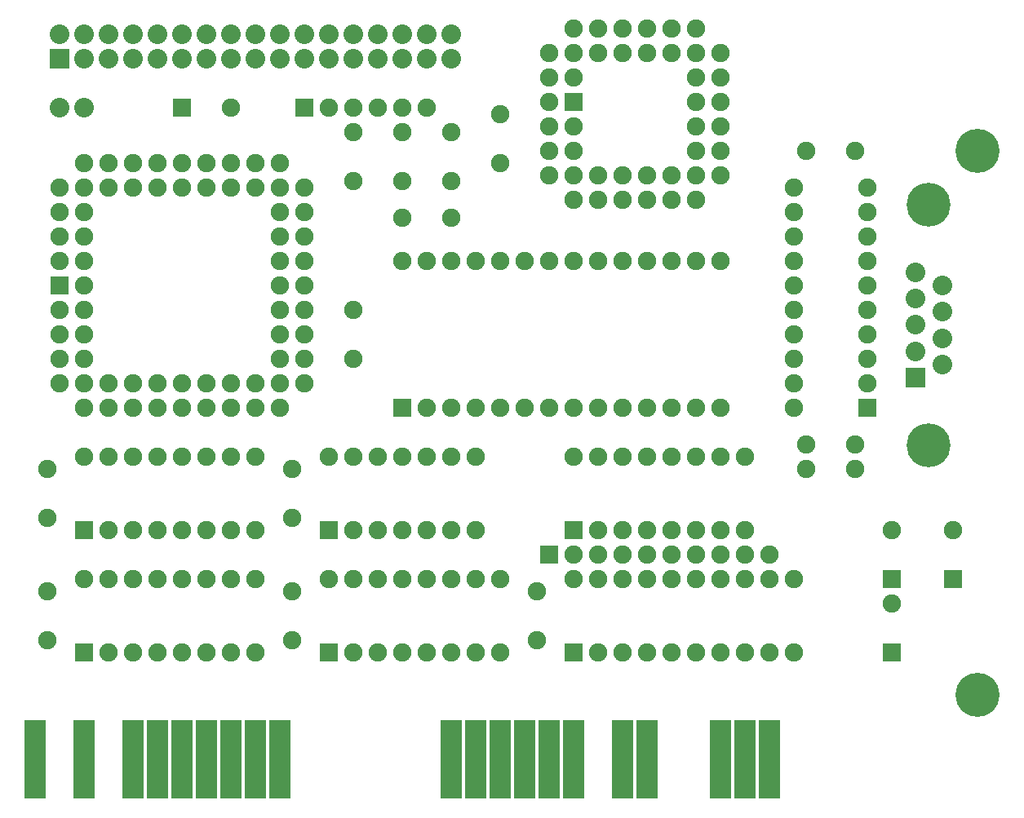
<source format=gbs>
G04 (created by PCBNEW-RS274X (2012-01-19 BZR 3256)-stable) date 11/27/2012 11:43:37 PM*
G01*
G70*
G90*
%MOIN*%
G04 Gerber Fmt 3.4, Leading zero omitted, Abs format*
%FSLAX34Y34*%
G04 APERTURE LIST*
%ADD10C,0.006000*%
%ADD11C,0.180000*%
%ADD12R,0.075000X0.075000*%
%ADD13C,0.075000*%
%ADD14R,0.080000X0.080000*%
%ADD15C,0.080000*%
%ADD16C,0.179400*%
%ADD17R,0.090000X0.320000*%
%ADD18O,0.080000X0.080000*%
G04 APERTURE END LIST*
G54D10*
G54D11*
X79500Y-26500D03*
X79500Y-48750D03*
G54D12*
X76000Y-47000D03*
G54D13*
X76000Y-45000D03*
G54D12*
X47000Y-24750D03*
G54D13*
X49000Y-24750D03*
G54D12*
X76000Y-44000D03*
G54D13*
X76000Y-42000D03*
G54D12*
X52000Y-24750D03*
G54D13*
X53000Y-24750D03*
X54000Y-24750D03*
X55000Y-24750D03*
X56000Y-24750D03*
X57000Y-24750D03*
G54D12*
X62000Y-43000D03*
G54D13*
X63000Y-43000D03*
X64000Y-43000D03*
X65000Y-43000D03*
X66000Y-43000D03*
X67000Y-43000D03*
X68000Y-43000D03*
X69000Y-43000D03*
X70000Y-43000D03*
X71000Y-43000D03*
G54D14*
X42000Y-22750D03*
G54D15*
X42000Y-21750D03*
X43000Y-22750D03*
X43000Y-21750D03*
X44000Y-22750D03*
X44000Y-21750D03*
X45000Y-22750D03*
X45000Y-21750D03*
X46000Y-22750D03*
X46000Y-21750D03*
X47000Y-22750D03*
X47000Y-21750D03*
X48000Y-22750D03*
X48000Y-21750D03*
X49000Y-22750D03*
X49000Y-21750D03*
X50000Y-22750D03*
X50000Y-21750D03*
X51000Y-22750D03*
X51000Y-21750D03*
X52000Y-22750D03*
X52000Y-21750D03*
X53000Y-22750D03*
X53000Y-21750D03*
X54000Y-22750D03*
X54000Y-21750D03*
X55000Y-21750D03*
X55000Y-22750D03*
X56000Y-21750D03*
X56000Y-22750D03*
X57000Y-22750D03*
X57000Y-21750D03*
X58000Y-22750D03*
X58000Y-21750D03*
G54D12*
X63000Y-47000D03*
G54D13*
X64000Y-47000D03*
X65000Y-47000D03*
X66000Y-47000D03*
X67000Y-47000D03*
X68000Y-47000D03*
X69000Y-47000D03*
X70000Y-47000D03*
X71000Y-47000D03*
X72000Y-47000D03*
X72000Y-44000D03*
X71000Y-44000D03*
X70000Y-44000D03*
X69000Y-44000D03*
X68000Y-44000D03*
X67000Y-44000D03*
X66000Y-44000D03*
X65000Y-44000D03*
X64000Y-44000D03*
X63000Y-44000D03*
G54D12*
X75000Y-37000D03*
G54D13*
X75000Y-36000D03*
X75000Y-35000D03*
X75000Y-34000D03*
X75000Y-33000D03*
X75000Y-32000D03*
X75000Y-31000D03*
X75000Y-30000D03*
X75000Y-29000D03*
X75000Y-28000D03*
X72000Y-28000D03*
X72000Y-29000D03*
X72000Y-30000D03*
X72000Y-31000D03*
X72000Y-32000D03*
X72000Y-33000D03*
X72000Y-34000D03*
X72000Y-35000D03*
X72000Y-36000D03*
X72000Y-37000D03*
G54D12*
X43000Y-47000D03*
G54D13*
X44000Y-47000D03*
X45000Y-47000D03*
X46000Y-47000D03*
X47000Y-47000D03*
X48000Y-47000D03*
X49000Y-47000D03*
X50000Y-47000D03*
X50000Y-44000D03*
X49000Y-44000D03*
X48000Y-44000D03*
X47000Y-44000D03*
X46000Y-44000D03*
X45000Y-44000D03*
X44000Y-44000D03*
X43000Y-44000D03*
G54D12*
X53000Y-47000D03*
G54D13*
X54000Y-47000D03*
X55000Y-47000D03*
X56000Y-47000D03*
X57000Y-47000D03*
X58000Y-47000D03*
X59000Y-47000D03*
X60000Y-47000D03*
X60000Y-44000D03*
X59000Y-44000D03*
X58000Y-44000D03*
X57000Y-44000D03*
X56000Y-44000D03*
X55000Y-44000D03*
X54000Y-44000D03*
X53000Y-44000D03*
G54D12*
X63000Y-42000D03*
G54D13*
X64000Y-42000D03*
X65000Y-42000D03*
X66000Y-42000D03*
X67000Y-42000D03*
X68000Y-42000D03*
X69000Y-42000D03*
X70000Y-42000D03*
X70000Y-39000D03*
X69000Y-39000D03*
X68000Y-39000D03*
X67000Y-39000D03*
X66000Y-39000D03*
X65000Y-39000D03*
X64000Y-39000D03*
X63000Y-39000D03*
G54D12*
X43000Y-42000D03*
G54D13*
X44000Y-42000D03*
X45000Y-42000D03*
X46000Y-42000D03*
X47000Y-42000D03*
X48000Y-42000D03*
X49000Y-42000D03*
X50000Y-42000D03*
X50000Y-39000D03*
X49000Y-39000D03*
X48000Y-39000D03*
X47000Y-39000D03*
X46000Y-39000D03*
X45000Y-39000D03*
X44000Y-39000D03*
X43000Y-39000D03*
G54D12*
X53000Y-42000D03*
G54D13*
X54000Y-42000D03*
X55000Y-42000D03*
X56000Y-42000D03*
X57000Y-42000D03*
X58000Y-42000D03*
X59000Y-42000D03*
X59000Y-39000D03*
X58000Y-39000D03*
X57000Y-39000D03*
X56000Y-39000D03*
X55000Y-39000D03*
X54000Y-39000D03*
X53000Y-39000D03*
G54D16*
X77500Y-38539D03*
X77500Y-28701D03*
G54D14*
X76940Y-35780D03*
G54D15*
X76940Y-34700D03*
X76940Y-33620D03*
X76940Y-32540D03*
X76940Y-31460D03*
X78060Y-32000D03*
X78060Y-33080D03*
X78060Y-34170D03*
X78060Y-35240D03*
G54D13*
X41500Y-39500D03*
X41500Y-41500D03*
X74500Y-39500D03*
X72500Y-39500D03*
X51500Y-39500D03*
X51500Y-41500D03*
X41500Y-44500D03*
X41500Y-46500D03*
X51500Y-44500D03*
X51500Y-46500D03*
X61500Y-44500D03*
X61500Y-46500D03*
X54000Y-33000D03*
X54000Y-35000D03*
X72500Y-38500D03*
X74500Y-38500D03*
X60000Y-25000D03*
X60000Y-27000D03*
G54D17*
X71000Y-51375D03*
X70000Y-51375D03*
X69000Y-51375D03*
X66000Y-51375D03*
X65000Y-51375D03*
X63000Y-51375D03*
X62000Y-51375D03*
X61000Y-51375D03*
X60000Y-51375D03*
X59000Y-51375D03*
X58000Y-51375D03*
X51000Y-51375D03*
X50000Y-51375D03*
X49000Y-51375D03*
X48000Y-51375D03*
X47000Y-51375D03*
X46000Y-51375D03*
X45000Y-51375D03*
X43000Y-51375D03*
X41000Y-51375D03*
G54D13*
X72500Y-26500D03*
X74500Y-26500D03*
X56000Y-27750D03*
X56000Y-25750D03*
X58000Y-27750D03*
X58000Y-25750D03*
G54D12*
X56000Y-37000D03*
G54D13*
X57000Y-37000D03*
X58000Y-37000D03*
X59000Y-37000D03*
X60000Y-37000D03*
X61000Y-37000D03*
X62000Y-37000D03*
X63000Y-37000D03*
X64000Y-37000D03*
X65000Y-37000D03*
X66000Y-37000D03*
X67000Y-37000D03*
X68000Y-37000D03*
X69000Y-37000D03*
X69000Y-31000D03*
X68000Y-31000D03*
X67000Y-31000D03*
X66000Y-31000D03*
X65000Y-31000D03*
X64000Y-31000D03*
X63000Y-31000D03*
X62000Y-31000D03*
X61000Y-31000D03*
X60000Y-31000D03*
X59000Y-31000D03*
X58000Y-31000D03*
X57000Y-31000D03*
X56000Y-31000D03*
G54D18*
X42000Y-24750D03*
G54D15*
X43000Y-24750D03*
G54D13*
X58000Y-29250D03*
X56000Y-29250D03*
X54000Y-25750D03*
X54000Y-27750D03*
G54D12*
X78500Y-44000D03*
G54D13*
X78500Y-42000D03*
G54D12*
X42000Y-32000D03*
G54D13*
X43000Y-32000D03*
X42000Y-33000D03*
X43000Y-33000D03*
X42000Y-34000D03*
X43000Y-34000D03*
X42000Y-35000D03*
X43000Y-35000D03*
X42000Y-36000D03*
X43000Y-37000D03*
X43000Y-36000D03*
X44000Y-37000D03*
X44000Y-36000D03*
X45000Y-37000D03*
X45000Y-36000D03*
X46000Y-37000D03*
X46000Y-36000D03*
X47000Y-37000D03*
X47000Y-36000D03*
X48000Y-37000D03*
X48000Y-36000D03*
X49000Y-37000D03*
X49000Y-36000D03*
X50000Y-37000D03*
X50000Y-36000D03*
X51000Y-37000D03*
X52000Y-36000D03*
X51000Y-36000D03*
X52000Y-35000D03*
X51000Y-35000D03*
X52000Y-34000D03*
X51000Y-34000D03*
X52000Y-33000D03*
X51000Y-33000D03*
X52000Y-32000D03*
X51000Y-32000D03*
X52000Y-31000D03*
X51000Y-31000D03*
X52000Y-30000D03*
X51000Y-30000D03*
X52000Y-29000D03*
X51000Y-29000D03*
X52000Y-28000D03*
X51000Y-27000D03*
X51000Y-28000D03*
X50000Y-27000D03*
X50000Y-28000D03*
X49000Y-27000D03*
X49000Y-28000D03*
X48000Y-27000D03*
X48000Y-28000D03*
X47000Y-27000D03*
X47000Y-28000D03*
X46000Y-27000D03*
X46000Y-28000D03*
X45000Y-27000D03*
X45000Y-28000D03*
X44000Y-27000D03*
X44000Y-28000D03*
X43000Y-27000D03*
X42000Y-28000D03*
X43000Y-28000D03*
X42000Y-29000D03*
X43000Y-29000D03*
X42000Y-30000D03*
X43000Y-30000D03*
X42000Y-31000D03*
X43000Y-31000D03*
G54D12*
X63000Y-24500D03*
G54D13*
X62000Y-25500D03*
X63000Y-25500D03*
X62000Y-26500D03*
X63000Y-26500D03*
X62000Y-27500D03*
X63000Y-28500D03*
X63000Y-27500D03*
X64000Y-28500D03*
X64000Y-27500D03*
X65000Y-28500D03*
X65000Y-27500D03*
X66000Y-28500D03*
X66000Y-27500D03*
X67000Y-28500D03*
X67000Y-27500D03*
X68000Y-28500D03*
X69000Y-27500D03*
X68000Y-27500D03*
X69000Y-26500D03*
X68000Y-26500D03*
X69000Y-25500D03*
X68000Y-25500D03*
X69000Y-24500D03*
X68000Y-24500D03*
X69000Y-23500D03*
X68000Y-23500D03*
X69000Y-22500D03*
X68000Y-21500D03*
X68000Y-22500D03*
X67000Y-21500D03*
X67000Y-22500D03*
X66000Y-21500D03*
X66000Y-22500D03*
X65000Y-21500D03*
X65000Y-22500D03*
X64000Y-21500D03*
X64000Y-22500D03*
X63000Y-21500D03*
X62000Y-22500D03*
X63000Y-22500D03*
X62000Y-23500D03*
X63000Y-23500D03*
X62000Y-24500D03*
M02*

</source>
